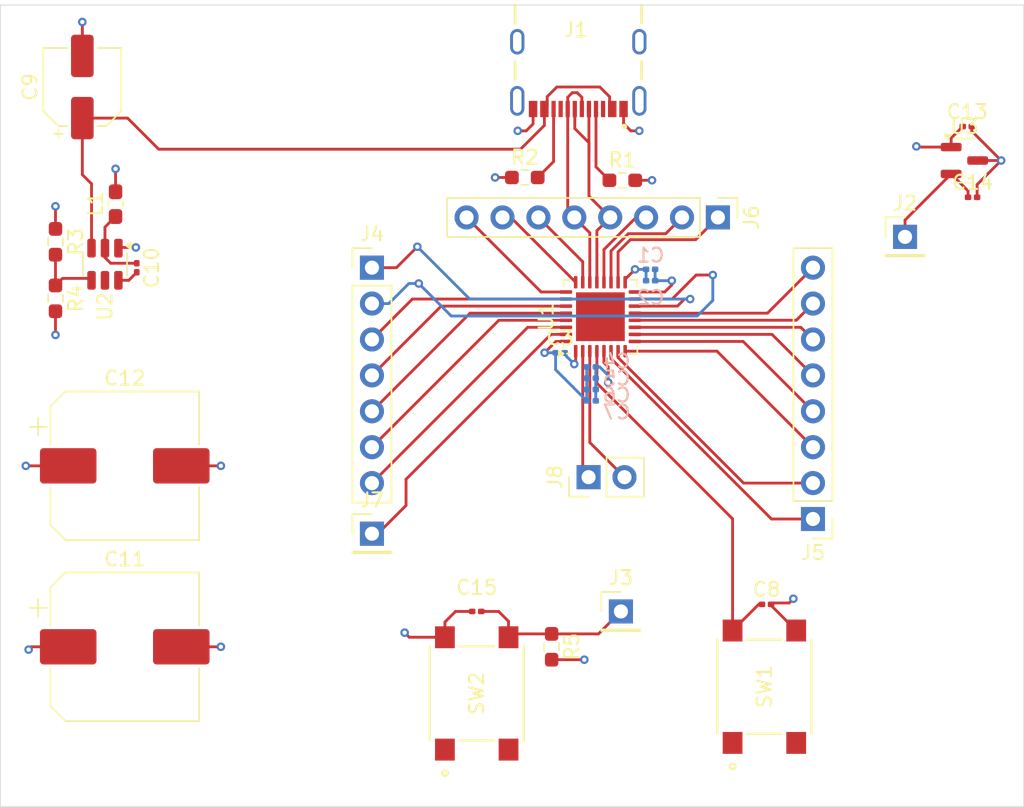
<source format=kicad_pcb>
(kicad_pcb (version 20241229) (generator "pcbnew") (generator_version "9.0")
  (layers (0 "F.Cu" signal) (4 "In1.Cu" signal "GND") (6 "In2.Cu" signal "PWR") (2 "B.Cu" signal) (13 "F.Paste" user) (15 "B.Paste" user) (5 "F.SilkS" user "F.Silkscreen") (7 "B.SilkS" user "B.Silkscreen") (1 "F.Mask" user) (3 "B.Mask" user) (25 "Edge.Cuts" user))
  (net 0 "")
  (net 1 "GND")
  (net 2 "+3.3V")
  (net 3 "+5V")
  (net 4 "/NRST")
  (net 5 "Net-(U2-BST)")
  (net 6 "Net-(U2-SW)")
  (net 7 "/TEMP_OUT")
  (net 8 "/USER_BTN")
  (net 9 "Net-(J4-Pin_5)")
  (net 10 "Net-(J4-Pin_7)")
  (net 11 "Net-(J4-Pin_1)")
  (net 12 "Net-(J4-Pin_3)")
  (net 13 "Net-(J4-Pin_2)")
  (net 14 "/USB_DM")
  (net 15 "Net-(J4-Pin_4)")
  (net 16 "/USB_NOE")
  (net 17 "Net-(J4-Pin_6)")
  (net 18 "Net-(J5-Pin_4)")
  (net 19 "Net-(J5-Pin_5)")
  (net 20 "Net-(J5-Pin_6)")
  (net 21 "Net-(J5-Pin_2)")
  (net 22 "Net-(J5-Pin_1)")
  (net 23 "Net-(J5-Pin_3)")
  (net 24 "Net-(J5-Pin_7)")
  (net 25 "Net-(J5-Pin_8)")
  (net 26 "Net-(J6-Pin_1)")
  (net 27 "Net-(J6-Pin_3)")
  (net 28 "Net-(J6-Pin_7)")
  (net 29 "/USB_DP")
  (net 30 "Net-(J6-Pin_8)")
  (net 31 "Net-(J6-Pin_2)")
  (net 32 "Net-(J7-Pin_1)")
  (net 33 "Net-(J8-Pin_2)")
  (net 34 "Net-(J8-Pin_1)")
  (net 35 "Net-(J1-CC1)")
  (net 36 "Net-(J1-CC2)")
  (net 37 "Net-(U2-FB)")
  (footprint "Resistor_SMD:R_0603_1608Metric_Pad0.98x0.95mm_HandSolder" (layer "F.Cu") (at 151.9 117.2 -90)
    (property "Reference" "R5" (at 0 -1.43 90) (layer "F.SilkS"))
    (property "Value" "10k")
    (pad "1" smd roundrect (at -0.9125 0 270) (size 0.975 0.95) (layers "F.Cu" "F.Mask" "F.Paste") (net 8 "/USER_BTN"))
    (pad "2" smd roundrect (at 0.9125 0 270) (size 0.975 0.95) (layers "F.Cu" "F.Mask" "F.Paste") (net 1 "GND"))
  )
  (footprint "Inductor_SMD:L_0603_1608Metric_Pad1.05x0.95mm_HandSolder" (layer "F.Cu") (at 121.05 85.8875 90)
    (property "Reference" "L1" (at 0 -1.43 90) (layer "F.SilkS"))
    (property "Value" "2.2uH")
    (pad "1" smd roundrect (at -0.875 0 90) (size 1.05 0.95) (layers "F.Cu" "F.Mask" "F.Paste") (net 6 "Net-(U2-SW)"))
    (pad "2" smd roundrect (at 0.875 0 90) (size 1.05 0.95) (layers "F.Cu" "F.Mask" "F.Paste") (net 2 "+3.3V"))
  )
  (footprint "footprints:222AMVBAR" (layer "F.Cu") (at 146.6 120.5 90)
    (property "Reference" "SW2" (at 0 0 90) (layer "F.SilkS"))
    (property "Value" "222AMVBAR")
    (pad "1" smd rect (at -3.974998 -2.250001 90) (size 1.549908 1.400048) (layers "F.Cu" "F.Mask" "F.Paste") (net 2 "+3.3V"))
    (pad "2" smd rect (at -3.974998 2.250001 90) (size 1.549908 1.400048) (layers "F.Cu" "F.Mask" "F.Paste") (net 8 "/USER_BTN"))
    (pad "3" smd rect (at 3.974998 -2.250001 90) (size 1.549908 1.400048) (layers "F.Cu" "F.Mask" "F.Paste") (net 2 "+3.3V"))
    (pad "4" smd rect (at 3.974998 2.250001 90) (size 1.549908 1.400048) (layers "F.Cu" "F.Mask" "F.Paste") (net 8 "/USER_BTN"))
  )
  (footprint "Capacitor_SMD:C_0201_0603Metric" (layer "F.Cu") (at 181.68 85.4)
    (property "Reference" "C14" (at 0 -1.05 0) (layer "F.SilkS"))
    (property "Value" "100nF")
    (pad "1" smd roundrect (at -0.32 0) (size 0.46 0.4) (layers "F.Cu" "F.Mask") (net 7 "/TEMP_OUT"))
    (pad "2" smd roundrect (at 0.32 0) (size 0.46 0.4) (layers "F.Cu" "F.Mask") (net 1 "GND"))
  )
  (footprint "Connector_PinHeader_2.54mm:PinHeader_1x07_P2.54mm_Vertical" (layer "F.Cu") (at 139.1875 90.38)
    (property "Reference" "J4" (at 0 -2.38 0) (layer "F.SilkS"))
    (property "Value" "Conn_01x07_Pin" (hide yes))
    (pad "1" thru_hole rect (at 0 0) (size 1.7 1.7) (drill 1) (layers "*.Cu" "*.Mask") (net 11 "Net-(J4-Pin_1)"))
    (pad "2" thru_hole circle (at 0 2.54) (size 1.7 1.7) (drill 1) (layers "*.Cu" "*.Mask") (net 13 "Net-(J4-Pin_2)"))
    (pad "3" thru_hole circle (at 0 5.08) (size 1.7 1.7) (drill 1) (layers "*.Cu" "*.Mask") (net 12 "Net-(J4-Pin_3)"))
    (pad "4" thru_hole circle (at 0 7.62) (size 1.7 1.7) (drill 1) (layers "*.Cu" "*.Mask") (net 15 "Net-(J4-Pin_4)"))
    (pad "5" thru_hole circle (at 0 10.16) (size 1.7 1.7) (drill 1) (layers "*.Cu" "*.Mask") (net 9 "Net-(J4-Pin_5)"))
    (pad "6" thru_hole circle (at 0 12.7) (size 1.7 1.7) (drill 1) (layers "*.Cu" "*.Mask") (net 17 "Net-(J4-Pin_6)"))
    (pad "7" thru_hole circle (at 0 15.24) (size 1.7 1.7) (drill 1) (layers "*.Cu" "*.Mask") (net 10 "Net-(J4-Pin_7)"))
  )
  (footprint "Connector_PinHeader_2.54mm:PinHeader_1x02_P2.54mm_Vertical" (layer "F.Cu") (at 154.5125 105.2 90)
    (property "Reference" "J8" (at 0 -2.38 90) (layer "F.SilkS"))
    (property "Value" "Conn_01x02_Pin" (hide yes))
    (pad "1" thru_hole rect (at 0 0 90) (size 1.7 1.7) (drill 1) (layers "*.Cu" "*.Mask") (net 34 "Net-(J8-Pin_1)"))
    (pad "2" thru_hole circle (at 0 2.54 90) (size 1.7 1.7) (drill 1) (layers "*.Cu" "*.Mask") (net 33 "Net-(J8-Pin_2)"))
  )
  (footprint "Capacitor_SMD:CP_Elec_5x5.3" (layer "F.Cu") (at 118.7 77.6 90)
    (property "Reference" "C9" (at 0 -3.7 90) (layer "F.SilkS"))
    (property "Value" "10uF")
    (pad "1" smd roundrect (at -2.2 0 90) (size 3 1.6) (layers "F.Cu" "F.Mask" "F.Paste") (roundrect_rratio 0.15625) (net 3 "+5V"))
    (pad "2" smd roundrect (at 2.2 0 90) (size 3 1.6) (layers "F.Cu" "F.Mask" "F.Paste") (roundrect_rratio 0.15625) (net 1 "GND"))
  )
  (footprint "Package_DFN_QFN:QFN-32-1EP_5x5mm_P0.5mm_EP3.45x3.45mm" (layer "F.Cu") (at 155.35 93.85 90)
    (property "Reference" "U1" (at 0 -3.83 90) (layer "F.SilkS"))
    (property "Value" "STM32L432KBUx")
    (pad "1" smd roundrect (at -2.4375 -1.75 90) (size 0.875 0.25) (layers "F.Cu" "F.Mask" "F.Paste") (net 2 "+3.3V"))
    (pad "2" smd roundrect (at -2.4375 -1.25 90) (size 0.875 0.25) (layers "F.Cu" "F.Mask" "F.Paste") (net 34 "Net-(J8-Pin_1)"))
    (pad "3" smd roundrect (at -2.4375 -0.75 90) (size 0.875 0.25) (layers "F.Cu" "F.Mask" "F.Paste") (net 33 "Net-(J8-Pin_2)"))
    (pad "4" smd roundrect (at -2.4375 -0.25 90) (size 0.875 0.25) (layers "F.Cu" "F.Mask" "F.Paste") (net 4 "/NRST"))
    (pad "5" smd roundrect (at -2.4375 0.25 90) (size 0.875 0.25) (layers "F.Cu" "F.Mask" "F.Paste") (net 2 "+3.3V"))
    (pad "6" smd roundrect (at -2.4375 0.75 90) (size 0.875 0.25) (layers "F.Cu" "F.Mask" "F.Paste") (net 22 "Net-(J5-Pin_1)"))
    (pad "7" smd roundrect (at -2.4375 1.25 90) (size 0.875 0.25) (layers "F.Cu" "F.Mask" "F.Paste") (net 21 "Net-(J5-Pin_2)"))
    (pad "8" smd roundrect (at -2.4375 1.75 90) (size 0.875 0.25) (layers "F.Cu" "F.Mask" "F.Paste") (net 23 "Net-(J5-Pin_3)"))
    (pad "9" smd roundrect (at -1.75 2.4375 90) (size 0.25 0.875) (layers "F.Cu" "F.Mask" "F.Paste") (net 18 "Net-(J5-Pin_4)"))
    (pad "10" smd roundrect (at -1.25 2.4375 90) (size 0.25 0.875) (layers "F.Cu" "F.Mask" "F.Paste") (net 19 "Net-(J5-Pin_5)"))
    (pad "11" smd roundrect (at -0.75 2.4375 90) (size 0.25 0.875) (layers "F.Cu" "F.Mask" "F.Paste") (net 20 "Net-(J5-Pin_6)"))
    (pad "12" smd roundrect (at -0.25 2.4375 90) (size 0.25 0.875) (layers "F.Cu" "F.Mask" "F.Paste") (net 24 "Net-(J5-Pin_7)"))
    (pad "13" smd roundrect (at 0.25 2.4375 90) (size 0.25 0.875) (layers "F.Cu" "F.Mask" "F.Paste") (net 25 "Net-(J5-Pin_8)"))
    (pad "14" smd roundrect (at 0.75 2.4375 90) (size 0.25 0.875) (layers "F.Cu" "F.Mask" "F.Paste") (net 11 "Net-(J4-Pin_1)"))
    (pad "15" smd roundrect (at 1.25 2.4375 90) (size 0.25 0.875) (layers "F.Cu" "F.Mask" "F.Paste") (net 13 "Net-(J4-Pin_2)"))
    (pad "16" smd roundrect (at 1.75 2.4375 90) (size 0.25 0.875) (layers "F.Cu" "F.Mask" "F.Paste") (net 1 "GND"))
    (pad "17" smd roundrect (at 2.4375 1.75 90) (size 0.875 0.25) (layers "F.Cu" "F.Mask" "F.Paste") (net 2 "+3.3V"))
    (pad "18" smd roundrect (at 2.4375 1.25 90) (size 0.875 0.25) (layers "F.Cu" "F.Mask" "F.Paste") (net 26 "Net-(J6-Pin_1)"))
    (pad "19" smd roundrect (at 2.4375 0.75 90) (size 0.875 0.25) (layers "F.Cu" "F.Mask" "F.Paste") (net 31 "Net-(J6-Pin_2)"))
    (pad "20" smd roundrect (at 2.4375 0.25 90) (size 0.875 0.25) (layers "F.Cu" "F.Mask" "F.Paste") (net 27 "Net-(J6-Pin_3)"))
    (pad "21" smd roundrect (at 2.4375 -0.25 90) (size 0.875 0.25) (layers "F.Cu" "F.Mask" "F.Paste") (net 14 "/USB_DM"))
    (pad "22" smd roundrect (at 2.4375 -0.75 90) (size 0.875 0.25) (layers "F.Cu" "F.Mask" "F.Paste") (net 29 "/USB_DP"))
    (pad "23" smd roundrect (at 2.4375 -1.25 90) (size 0.875 0.25) (layers "F.Cu" "F.Mask" "F.Paste") (net 16 "/USB_NOE"))
    (pad "24" smd roundrect (at 2.4375 -1.75 90) (size 0.875 0.25) (layers "F.Cu" "F.Mask" "F.Paste") (net 28 "Net-(J6-Pin_7)"))
    (pad "25" smd roundrect (at 1.75 -2.4375 90) (size 0.25 0.875) (layers "F.Cu" "F.Mask" "F.Paste") (net 30 "Net-(J6-Pin_8)"))
    (pad "26" smd roundrect (at 1.25 -2.4375 90) (size 0.25 0.875) (layers "F.Cu" "F.Mask" "F.Paste") (net 12 "Net-(J4-Pin_3)"))
    (pad "27" smd roundrect (at 0.75 -2.4375 90) (size 0.25 0.875) (layers "F.Cu" "F.Mask" "F.Paste") (net 15 "Net-(J4-Pin_4)"))
    (pad "28" smd roundrect (at 0.25 -2.4375 90) (size 0.25 0.875) (layers "F.Cu" "F.Mask" "F.Paste") (net 9 "Net-(J4-Pin_5)"))
    (pad "29" smd roundrect (at -0.25 -2.4375 90) (size 0.25 0.875) (layers "F.Cu" "F.Mask" "F.Paste") (net 17 "Net-(J4-Pin_6)"))
    (pad "30" smd roundrect (at -0.75 -2.4375 90) (size 0.25 0.875) (layers "F.Cu" "F.Mask" "F.Paste") (net 10 "Net-(J4-Pin_7)"))
    (pad "31" smd roundrect (at -1.25 -2.4375 90) (size 0.25 0.875) (layers "F.Cu" "F.Mask" "F.Paste") (net 32 "Net-(J7-Pin_1)"))
    (pad "32" smd roundrect (at -1.75 -2.4375 90) (size 0.25 0.875) (layers "F.Cu" "F.Mask" "F.Paste") (net 1 "GND"))
    (pad "33" smd rect (at 0 0 90) (size 3.45 3.45) (property pad_prop_heatsink) (layers "F.Cu" "F.Mask") (net 1 "GND"))
  )
  (footprint "footprints:222AMVBAR" (layer "F.Cu") (at 166.949999 120.025002 90)
    (property "Reference" "SW1" (at 0 0 90) (layer "F.SilkS"))
    (property "Value" "222AMVBAR")
    (pad "1" smd rect (at -3.974998 -2.250001 90) (size 1.549908 1.400048) (layers "F.Cu" "F.Mask" "F.Paste") (net 4 "/NRST"))
    (pad "2" smd rect (at -3.974998 2.250001 90) (size 1.549908 1.400048) (layers "F.Cu" "F.Mask" "F.Paste") (net 1 "GND"))
    (pad "3" smd rect (at 3.974998 -2.250001 90) (size 1.549908 1.400048) (layers "F.Cu" "F.Mask" "F.Paste") (net 4 "/NRST"))
    (pad "4" smd rect (at 3.974998 2.250001 90) (size 1.549908 1.400048) (layers "F.Cu" "F.Mask" "F.Paste") (net 1 "GND"))
  )
  (footprint "Package_TO_SOT_SMD:TSOT-23-6" (layer "F.Cu") (at 120.3 90.1375 -90)
    (property "Reference" "U2" (at 3 0 90) (layer "F.SilkS"))
    (property "Value" "AP62300TWU")
    (pad "1" smd roundrect (at -1.1375 -0.95 270) (size 1.325 0.6) (layers "F.Cu" "F.Mask" "F.Paste") (net 1 "GND"))
    (pad "2" smd roundrect (at -1.1375 0 270) (size 1.325 0.6) (layers "F.Cu" "F.Mask" "F.Paste") (net 6 "Net-(U2-SW)"))
    (pad "3" smd roundrect (at -1.1375 0.95 270) (size 1.325 0.6) (layers "F.Cu" "F.Mask" "F.Paste") (net 3 "+5V"))
    (pad "4" smd roundrect (at 1.1375 0.95 270) (size 1.325 0.6) (layers "F.Cu" "F.Mask" "F.Paste") (net 37 "Net-(U2-FB)"))
    (pad "5" smd roundrect (at 1.1375 0 270) (size 1.325 0.6) (layers "F.Cu" "F.Mask" "F.Paste"))
    (pad "6" smd roundrect (at 1.1375 -0.95 270) (size 1.325 0.6) (layers "F.Cu" "F.Mask" "F.Paste") (net 5 "Net-(U2-BST)"))
  )
  (footprint "Capacitor_SMD:CP_Elec_10x10" (layer "F.Cu") (at 121.7 117.2)
    (property "Reference" "C11" (at 0 -6.2 0) (layer "F.SilkS"))
    (property "Value" "150uF")
    (pad "1" smd roundrect (at -4 0) (size 4 2.5) (layers "F.Cu" "F.Mask" "F.Paste") (roundrect_rratio 0.1) (net 2 "+3.3V"))
    (pad "2" smd roundrect (at 4 0) (size 4 2.5) (layers "F.Cu" "F.Mask" "F.Paste") (roundrect_rratio 0.1) (net 1 "GND"))
  )
  (footprint "Resistor_SMD:R_0603_1608Metric_Pad0.98x0.95mm_HandSolder" (layer "F.Cu") (at 150 84)
    (property "Reference" "R2" (at 0 -1.43 0) (layer "F.SilkS"))
    (property "Value" "5.1k")
    (pad "1" smd roundrect (at -0.9125 0) (size 0.975 0.95) (layers "F.Cu" "F.Mask" "F.Paste") (net 1 "GND"))
    (pad "2" smd roundrect (at 0.9125 0) (size 0.975 0.95) (layers "F.Cu" "F.Mask" "F.Paste") (net 36 "Net-(J1-CC2)"))
  )
  (footprint "Resistor_SMD:R_0603_1608Metric_Pad0.98x0.95mm_HandSolder" (layer "F.Cu") (at 156.9 84.2)
    (property "Reference" "R1" (at 0 -1.43 0) (layer "F.SilkS"))
    (property "Value" "5.1k")
    (pad "1" smd roundrect (at -0.9125 0) (size 0.975 0.95) (layers "F.Cu" "F.Mask" "F.Paste") (net 35 "Net-(J1-CC1)"))
    (pad "2" smd roundrect (at 0.9125 0) (size 0.975 0.95) (layers "F.Cu" "F.Mask" "F.Paste") (net 1 "GND"))
  )
  (footprint "footprints:GCT_USB4105-GF-A" (layer "F.Cu") (at 153.7875 74.4 180)
    (property "Reference" "J1" (at 0.1775 0.8375 0) (layer "F.SilkS"))
    (property "Value" "USB4105-GF-A")
    (pad "" np_thru_hole circle (at -2.89 -3.68 180) (size 0.65 0.65) (drill 0.65) (layers "*.Cu" "*.Mask"))
    (pad "" np_thru_hole circle (at 2.89 -3.68 180) (size 0.65 0.65) (drill 0.65) (layers "*.Cu" "*.Mask"))
    (pad "A1_B12" smd rect (at -3.2 -4.755 180) (size 0.6 1.15) (layers "F.Cu" "F.Paste") (net 1 "GND"))
    (pad "A4_B9" smd rect (at -2.4 -4.755 180) (size 0.6 1.15) (layers "F.Cu" "F.Paste") (net 3 "+5V"))
    (pad "A5" smd rect (at -1.25 -4.755 180) (size 0.3 1.15) (layers "F.Cu" "F.Paste") (net 35 "Net-(J1-CC1)"))
    (pad "A6" smd rect (at -0.25 -4.755 180) (size 0.3 1.15) (layers "F.Cu" "F.Paste") (net 29 "/USB_DP"))
    (pad "A7" smd rect (at 0.25 -4.755 180) (size 0.3 1.15) (layers "F.Cu" "F.Paste") (net 14 "/USB_DM"))
    (pad "A8" smd rect (at 1.25 -4.755 180) (size 0.3 1.15) (layers "F.Cu" "F.Paste"))
    (pad "B1_A12" smd rect (at 3.2 -4.755 180) (size 0.6 1.15) (layers "F.Cu" "F.Paste") (net 1 "GND"))
    (pad "B4_A9" smd rect (at 2.4 -4.755 180) (size 0.6 1.15) (layers "F.Cu" "F.Paste") (net 3 "+5V"))
    (pad "B5" smd rect (at 1.75 -4.755 180) (size 0.3 1.15) (layers "F.Cu" "F.Paste") (net 36 "Net-(J1-CC2)"))
    (pad "B6" smd rect (at 0.75 -4.755 180) (size 0.3 1.15) (layers "F.Cu" "F.Paste") (net 29 "/USB_DP"))
    (pad "B7" smd rect (at -0.75 -4.755 180) (size 0.3 1.15) (layers "F.Cu" "F.Paste") (net 14 "/USB_DM"))
    (pad "B8" smd rect (at -1.75 -4.755 180) (size 0.3 1.15) (layers "F.Cu" "F.Paste"))
    (pad "SH1" thru_hole oval (at -4.32 -4.18 180) (size 1 2.1) (drill oval 0.6 1.7) (layers "*.Cu" "*.Mask") (net 1 "GND"))
    (pad "SH2" thru_hole oval (at 4.32 -4.18 180) (size 1 2.1) (drill oval 0.6 1.7) (layers "*.Cu" "*.Mask") (net 1 "GND"))
    (pad "SH3" thru_hole oval (at -4.32 0 180) (size 1 1.8) (drill oval 0.6 1.4) (layers "*.Cu" "*.Mask") (net 1 "GND"))
    (pad "SH4" thru_hole oval (at 4.32 0 180) (size 1 1.8) (drill oval 0.6 1.4) (layers "*.Cu" "*.Mask") (net 1 "GND"))
  )
  (footprint "Connector_PinHeader_2.54mm:PinHeader_1x08_P2.54mm_Vertical" (layer "F.Cu") (at 170.3875 108.16 180)
    (property "Reference" "J5" (at 0 -2.38 180) (layer "F.SilkS"))
    (property "Value" "Conn_01x08_Pin")
    (pad "1" thru_hole rect (at 0 0 180) (size 1.7 1.7) (drill 1) (layers "*.Cu" "*.Mask") (net 22 "Net-(J5-Pin_1)"))
    (pad "2" thru_hole circle (at 0 2.54 180) (size 1.7 1.7) (drill 1) (layers "*.Cu" "*.Mask") (net 21 "Net-(J5-Pin_2)"))
    (pad "3" thru_hole circle (at 0 5.08 180) (size 1.7 1.7) (drill 1) (layers "*.Cu" "*.Mask") (net 23 "Net-(J5-Pin_3)"))
    (pad "4" thru_hole circle (at 0 7.62 180) (size 1.7 1.7) (drill 1) (layers "*.Cu" "*.Mask") (net 18 "Net-(J5-Pin_4)"))
    (pad "5" thru_hole circle (at 0 10.16 180) (size 1.7 1.7) (drill 1) (layers "*.Cu" "*.Mask") (net 19 "Net-(J5-Pin_5)"))
    (pad "6" thru_hole circle (at 0 12.7 180) (size 1.7 1.7) (drill 1) (layers "*.Cu" "*.Mask") (net 20 "Net-(J5-Pin_6)"))
    (pad "7" thru_hole circle (at 0 15.24 180) (size 1.7 1.7) (drill 1) (layers "*.Cu" "*.Mask") (net 24 "Net-(J5-Pin_7)"))
    (pad "8" thru_hole circle (at 0 17.78 180) (size 1.7 1.7) (drill 1) (layers "*.Cu" "*.Mask") (net 25 "Net-(J5-Pin_8)"))
  )
  (footprint "Connector_PinHeader_2.54mm:PinHeader_1x01_P2.54mm_Vertical" (layer "F.Cu") (at 156.8 114.7)
    (property "Reference" "J3" (at 0 -2.38 0) (layer "F.SilkS"))
    (property "Value" "Conn_01x01_Pin" (hide yes))
    (pad "1" thru_hole rect (at 0 0) (size 1.7 1.7) (drill 1) (layers "*.Cu" "*.Mask") (net 8 "/USER_BTN"))
  )
  (footprint "Connector_PinHeader_2.54mm:PinHeader_1x08_P2.54mm_Vertical" (layer "F.Cu") (at 163.6625 86.825 -90)
    (property "Reference" "J6" (at 0 -2.38 270) (layer "F.SilkS"))
    (property "Value" "Conn_01x08_Pin")
    (pad "1" thru_hole rect (at 0 0 270) (size 1.7 1.7) (drill 1) (layers "*.Cu" "*.Mask") (net 26 "Net-(J6-Pin_1)"))
    (pad "2" thru_hole circle (at 0 2.54 270) (size 1.7 1.7) (drill 1) (layers "*.Cu" "*.Mask") (net 31 "Net-(J6-Pin_2)"))
    (pad "3" thru_hole circle (at 0 5.08 270) (size 1.7 1.7) (drill 1) (layers "*.Cu" "*.Mask") (net 27 "Net-(J6-Pin_3)"))
    (pad "4" thru_hole circle (at 0 7.62 270) (size 1.7 1.7) (drill 1) (layers "*.Cu" "*.Mask") (net 14 "/USB_DM"))
    (pad "5" thru_hole circle (at 0 10.16 270) (size 1.7 1.7) (drill 1) (layers "*.Cu" "*.Mask") (net 29 "/USB_DP"))
    (pad "6" thru_hole circle (at 0 12.7 270) (size 1.7 1.7) (drill 1) (layers "*.Cu" "*.Mask") (net 16 "/USB_NOE"))
    (pad "7" thru_hole circle (at 0 15.24 270) (size 1.7 1.7) (drill 1) (layers "*.Cu" "*.Mask") (net 28 "Net-(J6-Pin_7)"))
    (pad "8" thru_hole circle (at 0 17.78 270) (size 1.7 1.7) (drill 1) (layers "*.Cu" "*.Mask") (net 30 "Net-(J6-Pin_8)"))
  )
  (footprint "Resistor_SMD:R_0603_1608Metric_Pad0.98x0.95mm_HandSolder" (layer "F.Cu") (at 116.8 88.55 -90)
    (property "Reference" "R3" (at 0 -1.43 90) (layer "F.SilkS"))
    (property "Value" "67k")
    (pad "1" smd roundrect (at -0.9125 0 270) (size 0.975 0.95) (layers "F.Cu" "F.Mask" "F.Paste") (net 2 "+3.3V"))
    (pad "2" smd roundrect (at 0.9125 0 270) (size 0.975 0.95) (layers "F.Cu" "F.Mask" "F.Paste") (net 37 "Net-(U2-FB)"))
  )
  (footprint "Capacitor_SMD:C_0201_0603Metric" (layer "F.Cu") (at 167.1 114.2)
    (property "Reference" "C8" (at 0 -1.05 0) (layer "F.SilkS"))
    (property "Value" "0.1uF")
    (pad "1" smd roundrect (at -0.32 0) (size 0.46 0.4) (layers "F.Cu" "F.Mask") (net 4 "/NRST"))
    (pad "2" smd roundrect (at 0.32 0) (size 0.46 0.4) (layers "F.Cu" "F.Mask") (net 1 "GND"))
  )
  (footprint "Capacitor_SMD:C_0201_0603Metric" (layer "F.Cu") (at 122.55 90.3875 -90)
    (property "Reference" "C10" (at 0 -1.05 90) (layer "F.SilkS"))
    (property "Value" "100nF" (hide yes))
    (pad "1" smd roundrect (at -0.32 0 270) (size 0.46 0.4) (layers "F.Cu" "F.Mask") (net 6 "Net-(U2-SW)"))
    (pad "2" smd roundrect (at 0.32 0 270) (size 0.46 0.4) (layers "F.Cu" "F.Mask") (net 5 "Net-(U2-BST)"))
  )
  (footprint "Connector_PinHeader_2.54mm:PinHeader_1x01_P2.54mm_Vertical" (layer "F.Cu") (at 139.1875 109.2)
    (property "Reference" "J7" (at 0 -2.38 0) (layer "F.SilkS"))
    (property "Value" "Conn_01x01_Pin" (hide yes))
    (pad "1" thru_hole rect (at 0 0) (size 1.7 1.7) (drill 1) (layers "*.Cu" "*.Mask") (net 32 "Net-(J7-Pin_1)"))
  )
  (footprint "Package_TO_SOT_SMD:SOT-23" (layer "F.Cu") (at 181.1 82.8)
    (property "Reference" "U3" (at 0 -2.4 0) (layer "F.SilkS"))
    (property "Value" "MCP9700Ax-ETT")
    (pad "1" smd roundrect (at -0.9375 -0.95) (size 1.475 0.6) (layers "F.Cu" "F.Mask" "F.Paste") (net 2 "+3.3V"))
    (pad "2" smd roundrect (at -0.9375 0.95) (size 1.475 0.6) (layers "F.Cu" "F.Mask" "F.Paste") (net 7 "/TEMP_OUT"))
    (pad "3" smd roundrect (at 0.9375 0) (size 1.475 0.6) (layers "F.Cu" "F.Mask" "F.Paste") (net 1 "GND"))
  )
  (footprint "Capacitor_SMD:C_0201_0603Metric" (layer "F.Cu") (at 181.3 80.4)
    (property "Reference" "C13" (at 0 -1.05 0) (layer "F.SilkS"))
    (property "Value" "100nF")
    (pad "1" smd roundrect (at -0.32 0) (size 0.46 0.4) (layers "F.Cu" "F.Mask") (net 2 "+3.3V"))
    (pad "2" smd roundrect (at 0.32 0) (size 0.46 0.4) (layers "F.Cu" "F.Mask") (net 1 "GND"))
  )
  (footprint "Resistor_SMD:R_0603_1608Metric_Pad0.98x0.95mm_HandSolder" (layer "F.Cu") (at 116.8 92.55 -90)
    (property "Reference" "R4" (at 0 -1.43 90) (layer "F.SilkS"))
    (property "Value" "20k")
    (pad "1" smd roundrect (at -0.9125 0 270) (size 0.975 0.95) (layers "F.Cu" "F.Mask" "F.Paste") (net 37 "Net-(U2-FB)"))
    (pad "2" smd roundrect (at 0.9125 0 270) (size 0.975 0.95) (layers "F.Cu" "F.Mask" "F.Paste") (net 1 "GND"))
  )
  (footprint "Capacitor_SMD:CP_Elec_10x10" (layer "F.Cu") (at 121.7 104.4)
    (property "Reference" "C12" (at 0 -6.2 0) (layer "F.SilkS"))
    (property "Value" "150uF")
    (pad "1" smd roundrect (at -4 0) (size 4 2.5) (layers "F.Cu" "F.Mask" "F.Paste") (roundrect_rratio 0.1) (net 2 "+3.3V"))
    (pad "2" smd roundrect (at 4 0) (size 4 2.5) (layers "F.Cu" "F.Mask" "F.Paste") (roundrect_rratio 0.1) (net 1 "GND"))
  )
  (footprint "Capacitor_SMD:C_0201_0603Metric" (layer "F.Cu") (at 146.6 114.7)
    (property "Reference" "C15" (at 0 -1.7 0) (layer "F.SilkS"))
    (property "Value" "0.1uF")
    (pad "1" smd roundrect (at -0.32 0) (size 0.46 0.4) (layers "F.Cu" "F.Mask") (net 2 "+3.3V"))
    (pad "2" smd roundrect (at 0.32 0) (size 0.46 0.4) (layers "F.Cu" "F.Mask") (net 8 "/USER_BTN"))
  )
  (footprint "Connector_PinHeader_2.54mm:PinHeader_1x01_P2.54mm_Vertical" (layer "F.Cu") (at 176.9 88.2)
    (property "Reference" "J2" (at 0 -2.38 0) (layer "F.SilkS"))
    (property "Value" "Conn_01x01_Pin" (hide yes))
    (pad "1" thru_hole rect (at 0 0) (size 1.7 1.7) (drill 1) (layers "*.Cu" "*.Mask") (net 7 "/TEMP_OUT"))
  )
  (footprint "Capacitor_SMD:C_0201_0603Metric" (layer "B.Cu") (at 152.5 96.4 180)
    (property "Reference" "C3" (at 0 1.05 -0) (layer "F.SilkS"))
    (property "Value" "100nF" (hide yes))
    (pad "1" smd roundrect (at -0.32 0 180) (size 0.46 0.4) (layers "B.Cu" "B.Mask") (net 2 "+3.3V"))
    (pad "2" smd roundrect (at 0.32 0 180) (size 0.46 0.4) (layers "B.Cu" "B.Mask") (net 1 "GND"))
  )
  (footprint "Capacitor_SMD:C_0201_0603Metric" (layer "B.Cu") (at 158.9 90.5)
    (property "Reference" "C1" (at 0 -1 0) (layer "B.SilkS") (effects (justify mirror)))
    (property "Value" "4.7uF" (hide yes))
    (pad "1" smd roundrect (at -0.32 0) (size 0.46 0.4) (layers "B.Cu" "B.Mask") (net 2 "+3.3V"))
    (pad "2" smd roundrect (at 0.32 0) (size 0.46 0.4) (layers "B.Cu" "B.Mask") (net 1 "GND"))
  )
  (footprint "Capacitor_SMD:C_0201_0603Metric" (layer "B.Cu") (at 154.7 99.8 180)
    (property "Reference" "C7" (at -1.8 -0.8 0) (layer "B.SilkS") (effects (justify mirror)))
    (property "Value" "1uF" (hide yes))
    (pad "1" smd roundrect (at -0.32 0 180) (size 0.46 0.4) (layers "B.Cu" "B.Mask") (net 2 "+3.3V"))
    (pad "2" smd roundrect (at 0.32 0 180) (size 0.46 0.4) (layers "B.Cu" "B.Mask") (net 1 "GND"))
  )
  (footprint "Capacitor_SMD:C_0201_0603Metric" (layer "B.Cu") (at 158.9 91.3)
    (property "Reference" "C2" (at 0 1.2 0) (layer "B.SilkS") (effects (justify mirror)))
    (property "Value" "100nF" (hide yes))
    (pad "1" smd roundrect (at -0.32 0) (size 0.46 0.4) (layers "B.Cu" "B.Mask") (net 2 "+3.3V"))
    (pad "2" smd roundrect (at 0.32 0) (size 0.46 0.4) (layers "B.Cu" "B.Mask") (net 1 "GND"))
  )
  (footprint "Capacitor_SMD:C_0201_0603Metric" (layer "B.Cu") (at 154.7 97.4 180)
    (property "Reference" "C4" (at -1.8 0.4 0) (layer "B.SilkS") (effects (justify mirror)))
    (property "Value" "10nF" (hide yes))
    (pad "1" smd roundrect (at -0.32 0 180) (size 0.46 0.4) (layers "B.Cu" "B.Mask") (net 2 "+3.3V"))
    (pad "2" smd roundrect (at 0.32 0 180) (size 0.46 0.4) (layers "B.Cu" "B.Mask") (net 1 "GND"))
  )
  (footprint "Capacitor_SMD:C_0201_0603Metric" (layer "B.Cu") (at 154.7 99 180)
    (property "Reference" "C6" (at -1.8 -0.4 0) (layer "B.SilkS") (effects (justify mirror)))
    (property "Value" "100nF" (hide yes))
    (pad "1" smd roundrect (at -0.32 0 180) (size 0.46 0.4) (layers "B.Cu" "B.Mask") (net 2 "+3.3V"))
    (pad "2" smd roundrect (at 0.32 0 180) (size 0.46 0.4) (layers "B.Cu" "B.Mask") (net 1 "GND"))
  )
  (footprint "Capacitor_SMD:C_0201_0603Metric" (layer "B.Cu") (at 154.7 98.2 180)
    (property "Reference" "C5" (at -1.8 0 0) (layer "B.SilkS") (effects (justify mirror)))
    (property "Value" "1uF" (hide yes))
    (pad "1" smd roundrect (at -0.32 0 180) (size 0.46 0.4) (layers "B.Cu" "B.Mask") (net 2 "+3.3V"))
    (pad "2" smd roundrect (at 0.32 0 180) (size 0.46 0.4) (layers "B.Cu" "B.Mask") (net 1 "GND"))
  )
  (gr_rect (start 112.9 71.8) (end 185.3 128.5) (stroke (width 0.05)) (fill no) (layer "Edge.Cuts"))
  (segment (start 152.9125 95.6) (end 152.2 95.6) (width 0.2) (layer "F.Cu") (net 1))
  (segment (start 157.5 80.7) (end 156.9875 80.1875) (width 0.2) (layer "F.Cu") (net 1))
  (segment (start 116.8 93.4625) (end 116.8 95.1375) (width 0.2) (layer "F.Cu") (net 1))
  (segment (start 182 85.4) (end 182 84.5) (width 0.2) (layer "F.Cu") (net 1))
  (segment (start 152.2 95.6) (end 151.4 96.4) (width 0.2) (layer "F.Cu") (net 1))
  (segment (start 168.7 114.1) (end 167.52 114.1) (width 0.2) (layer "F.Cu") (net 1))
  (segment (start 156.9875 80.1875) (end 156.9875 79.155) (width 0.2) (layer "F.Cu") (net 1))
  (segment (start 181.62 80.4) (end 181.62 80.72) (width 0.2) (layer "F.Cu") (net 1))
  (segment (start 160.4 91.6) (end 159.9 92.1) (width 0.2) (layer "F.Cu") (net 1))
  (segment (start 182 84.5) (end 183.7 82.8) (width 0.2) (layer "F.Cu") (net 1))
  (segment (start 125.7 117.2) (end 128.5 117.2) (width 0.2) (layer "F.Cu") (net 1))
  (segment (start 158.1 80.7) (end 157.5 80.7) (width 0.2) (layer "F.Cu") (net 1))
  (segment (start 169 113.8) (end 168.7 114.1) (width 0.2) (layer "F.Cu") (net 1))
  (segment (start 121.3 88.95) (end 121.25 89) (width 0.2) (layer "F.Cu") (net 1))
  (segment (start 182.0375 82.8) (end 183.7 82.8) (width 0.2) (layer "F.Cu") (net 1))
  (segment (start 150.1 80.7) (end 150.5875 80.2125) (width 0.2) (layer "F.Cu") (net 1))
  (segment (start 159.9 92.1) (end 157.7875 92.1) (width 0.2) (layer "F.Cu") (net 1))
  (segment (start 150.5875 80.2125) (end 150.5875 79.155) (width 0.2) (layer "F.Cu") (net 1))
  (segment (start 181.62 80.72) (end 183.7 82.8) (width 0.2) (layer "F.Cu") (net 1))
  (segment (start 149.0875 84) (end 147.9 84) (width 0.2) (layer "F.Cu") (net 1))
  (segment (start 167.52 114.1) (end 167.42 114.2) (width 0.2) (layer "F.Cu") (net 1))
  (segment (start 154.2125 118.1125) (end 151.9 118.1125) (width 0.2) (layer "F.Cu") (net 1))
  (segment (start 128.5 104.4) (end 125.7 104.4) (width 0.2) (layer "F.Cu") (net 1))
  (segment (start 149.5 80.7) (end 150.1 80.7) (width 0.2) (layer "F.Cu") (net 1))
  (segment (start 122.4875 88.95) (end 121.3 88.95) (width 0.2) (layer "F.Cu") (net 1))
  (segment (start 167.42 114.270004) (end 169.2 116.050004) (width 0.2) (layer "F.Cu") (net 1))
  (segment (start 160.4 91.3) (end 160.4 91.6) (width 0.2) (layer "F.Cu") (net 1))
  (segment (start 118.7 75.4) (end 118.7 73) (width 0.2) (layer "F.Cu") (net 1))
  (segment (start 157.8125 84.2) (end 159 84.2) (width 0.2) (layer "F.Cu") (net 1))
  (segment (start 167.42 114.2) (end 167.42 114.270004) (width 0.2) (layer "F.Cu") (net 1))
  (via (at 128.5 117.2) (size 0.6) (drill 0.3) (layers "F.Cu" "B.Cu") (net 1))
  (via (at 128.5 104.4) (size 0.6) (drill 0.3) (layers "F.Cu" "B.Cu") (net 1))
  (via (at 159 84.2) (size 0.6) (drill 0.3) (layers "F.Cu" "B.Cu") (net 1))
  (via (at 147.9 84) (size 0.6) (drill 0.3) (layers "F.Cu" "B.Cu") (net 1))
  (via (at 160.4 91.3) (size 0.6) (drill 0.3) (layers "F.Cu" "B.Cu") (net 1))
  (via (at 154.2125 118.1125) (size 0.6) (drill 0.3) (layers "F.Cu" "B.Cu") (net 1))
  (via (at 169 113.8) (size 0.6) (drill 0.3) (layers "F.Cu" "B.Cu") (net 1))
  (via (at 149.5 80.7) (size 0.6) (drill 0.3) (layers "F.Cu" "B.Cu") (net 1))
  (via (at 122.4875 88.95) (size 0.6) (drill 0.3) (layers "F.Cu" "B.Cu") (net 1))
  (via (at 183.7 82.8) (size 0.6) (drill 0.3) (layers "F.Cu" "B.Cu") (net 1))
  (via (at 118.7 73) (size 0.6) (drill 0.3) (layers "F.Cu" "B.Cu") (net 1))
  (via (at 151.4 96.4) (size 0.6) (drill 0.3) (layers "F.Cu" "B.Cu") (net 1))
  (via (at 116.8 95.1375) (size 0.6) (drill 0.3) (layers "F.Cu" "B.Cu") (net 1))
  (via (at 158.1 80.7) (size 0.6) (drill 0.3) (layers "F.Cu" "B.Cu") (net 1))
  (segment (start 152.18 97.6) (end 152.18 96.4) (width 0.2) (layer "B.Cu") (net 1))
  (segment (start 154.38 99.8) (end 152.18 97.6) (width 0.2) (layer "B.Cu") (net 1))
  (segment (start 160.4 91.3) (end 159.22 91.3) (width 0.2) (layer "B.Cu") (net 1))
  (segment (start 154.38 99.8) (end 154.38 99) (width 0.2) (layer "B.Cu") (net 1))
  (segment (start 154.38 99) (end 154.38 98.2) (width 0.2) (layer "B.Cu") (net 1))
  (segment (start 154.38 97.4) (end 154.38 98.2) (width 0.2) (layer "B.Cu") (net 1))
  (segment (start 151.4 96.4) (end 152.18 96.4) (width 0.2) (layer "B.Cu") (net 1))
  (segment (start 159.22 90.5) (end 159.22 91.3) (width 0.2) (layer "B.Cu") (net 1))
  (segment (start 121.05 85.0125) (end 121.05 83.6375) (width 0.2) (layer "F.Cu") (net 2))
  (segment (start 116.8 86.0375) (end 116.8 87.6375) (width 0.2) (layer "F.Cu") (net 2))
  (segment (start 141.825002 116.525002) (end 141.5 116.2) (width 0.2) (layer "F.Cu") (net 2))
  (segment (start 153.6 96.2875) (end 153.6 97.1) (width 0.2) (layer "F.Cu") (net 2))
  (segment (start 155.6 97.1) (end 155.6 96.2875) (width 0.2) (layer "F.Cu") (net 2))
  (segment (start 155.9 97.4) (end 155.6 97.1) (width 0.2) (layer "F.Cu") (net 2))
  (segment (start 115.1 117.2) (end 117.7 117.2) (width 0.2) (layer "F.Cu") (net 2))
  (segment (start 144.349999 116.525002) (end 141.825002 116.525002) (width 0.2) (layer "F.Cu") (net 2))
  (segment (start 177.75 81.85) (end 180.1625 81.85) (width 0.2) (layer "F.Cu") (net 2))
  (segment (start 114.9 117.4) (end 115.1 117.2) (width 0.2) (layer "F.Cu") (net 2))
  (segment (start 145.1 114.7) (end 146.28 114.7) (width 0.2) (layer "F.Cu") (net 2))
  (segment (start 114.7 104.4) (end 117.7 104.4) (width 0.2) (layer "F.Cu") (net 2))
  (segment (start 180.1625 81.2175) (end 180.98 80.4) (width 0.2) (layer "F.Cu") (net 2))
  (segment (start 153.6 97.1) (end 153.5 97.2) (width 0.2) (layer "F.Cu") (net 2))
  (segment (start 177.7 81.8) (end 177.75 81.85) (width 0.2) (layer "F.Cu") (net 2))
  (segment (start 144.349999 116.525002) (end 144.349999 115.450001) (width 0.2) (layer "F.Cu") (net 2))
  (segment (start 180.1625 81.85) (end 180.1625 81.2175) (width 0.2) (layer "F.Cu") (net 2))
  (segment (start 157.1 91.4125) (end 157.1 91.2) (width 0.2) (layer "F.Cu") (net 2))
  (segment (start 157.1 91.2) (end 157.8 90.5) (width 0.2) (layer "F.Cu") (net 2))
  (segment (start 155.9 98.5) (end 155.9 97.4) (width 0.2) (layer "F.Cu") (net 2))
  (segment (start 144.349999 115.450001) (end 145.1 114.7) (width 0.2) (layer "F.Cu") (net 2))
  (via (at 121.05 83.3875) (size 0.6) (drill 0.3) (layers "F.Cu" "B.Cu") (net 2))
  (via (at 114.9 117.4) (size 0.6) (drill 0.3) (layers "F.Cu" "B.Cu") (net 2))
  (via (at 116.8 86.0375) (size 0.6) (drill 0.3) (layers "F.Cu" "B.Cu") (net 2))
  (via (at 177.7 81.8) (size 0.6) (drill 0.3) (layers "F.Cu" "B.Cu") (net 2))
  (via (at 153.5 97.2) (size 0.6) (drill 0.3) (layers "F.Cu" "B.Cu") (net 2))
  (via (at 141.5 116.2) (size 0.6) (drill 0.3) (layers "F.Cu" "B.Cu") (net 2))
  (via (at 155.9 98.5) (size 0.6) (drill 0.3) (layers "F.Cu" "B.Cu") (net 2))
  (via (at 114.7 104.4) (size 0.6) (drill 0.3) (layers "F.Cu" "B.Cu") (net 2))
  (via (at 157.8 90.5) (size 0.6) (drill 0.3) (layers "F.Cu" "B.Cu") (net 2))
  (segment (start 155.3 97.4) (end 155.02 97.4) (width 0.2) (layer "B.Cu") (net 2))
  (segment (start 155.02 99.8) (end 155.02 99) (width 0.2) (layer "B.Cu") (net 2))
  (segment (start 155.9 98.5) (end 155.9 98) (width 0.2) (layer "B.Cu") (net 2))
  (segment (start 158.58 90.5) (end 158.58 91.3) (width 0.2) (layer "B.Cu") (net 2))
  (segment (start 158.58 90.5) (end 157.8 90.5) (width 0.2) (layer "B.Cu") (net 2))
  (segment (start 155.02 98.2) (end 155.02 99) (width 0.2) (layer "B.Cu") (net 2))
  (segment (start 155.9 98) (end 155.3 97.4) (width 0.2) (layer "B.Cu") (net 2))
  (segment (start 152.82 96.52) (end 153.5 97.2) (width 0.2) (layer "B.Cu") (net 2))
  (segment (start 152.82 96.4) (end 152.82 96.52) (width 0.2) (layer "B.Cu") (net 2))
  (segment (start 155.02 97.4) (end 155.02 98.2) (width 0.2) (layer "B.Cu") (net 2))
  (segment (start 121.9 79.8) (end 118.7 79.8) (width 0.2) (layer "F.Cu") (net 3))
  (segment (start 156.0015 78.292) (end 155.3085 77.599) (width 0.2) (layer "F.Cu") (net 3))
  (segment (start 151.5865 78.956) (end 151.3875 79.155) (width 0.2) (layer "F.Cu") (net 3))
  (segment (start 151.3875 79.155) (end 151.3875 80.3125) (width 0.2) (layer "F.Cu") (net 3))
  (segment (start 151.3875 80.3125) (end 149.7 82) (width 0.2) (layer "F.Cu") (net 3))
  (segment (start 124.1 82) (end 121.9 79.8) (width 0.2) (layer "F.Cu") (net 3))
  (segment (start 119.35 84.45) (end 119.35 89) (width 0.2) (layer "F.Cu") (net 3))
  (segment (start 151.5865 78.279) (end 151.5865 78.956) (width 0.2) (layer "F.Cu") (net 3))
  (segment (start 152.2665 77.599) (end 151.5865 78.279) (width 0.2) (layer "F.Cu") (net 3))
  (segment (start 118.7 79.8) (end 118.7 83.8) (width 0.2) (layer "F.Cu") (net 3))
  (segment (start 156.1875 79.155) (end 156.0015 78.969) (width 0.2) (layer "F.Cu") (net 3))
  (segment (start 149.7 82) (end 124.1 82) (width 0.2) (layer "F.Cu") (net 3))
  (segment (start 156.0015 78.969) (end 156.0015 78.292) (width 0.2) (layer "F.Cu") (net 3))
  (segment (start 118.7 83.8) (end 119.35 84.45) (width 0.2) (layer "F.Cu") (net 3))
  (segment (start 155.3085 77.599) (end 152.2665 77.599) (width 0.2) (layer "F.Cu") (net 3))
  (segment (start 166.78 114.2) (end 166.550001 114.2) (width 0.2) (layer "F.Cu") (net 4))
  (segment (start 166.550001 114.2) (end 164.699998 116.050004) (width 0.2) (layer "F.Cu") (net 4))
  (segment (start 164.699998 108.149941) (end 155.1 98.549943) (width 0.2) (layer "F.Cu") (net 4))
  (segment (start 164.699998 116.050004) (end 164.699998 108.149941) (width 0.2) (layer "F.Cu") (net 4))
  (segment (start 155.1 98.549943) (end 155.1 96.2875) (width 0.2) (layer "F.Cu") (net 4))
  (segment (start 121.9825 91.275) (end 122.55 90.7075) (width 0.2) (layer "F.Cu") (net 5))
  (segment (start 121.25 91.275) (end 121.9825 91.275) (width 0.2) (layer "F.Cu") (net 5))
  (segment (start 122.55 90.0675) (end 120.705001 90.0675) (width 0.2) (layer "F.Cu") (net 6))
  (segment (start 121.05 86.7625) (end 120.3 87.5125) (width 0.2) (layer "F.Cu") (net 6))
  (segment (start 120.3 89.662499) (end 120.3 89) (width 0.2) (layer "F.Cu") (net 6))
  (segment (start 120.705001 90.0675) (end 120.3 89.662499) (width 0.2) (layer "F.Cu") (net 6))
  (segment (start 120.3 87.5125) (end 120.3 89) (width 0.2) (layer "F.Cu") (net 6))
  (segment (start 176.9 88.2) (end 176.9 87.0125) (width 0.2) (layer "F.Cu") (net 7))
  (segment (start 176.9 87.0125) (end 180.1625 83.75) (width 0.2) (layer "F.Cu") (net 7))
  (segment (start 181.36 85.4) (end 181.36 84.9475) (width 0.2) (layer "F.Cu") (net 7))
  (segment (start 181.36 84.9475) (end 180.1625 83.75) (width 0.2) (layer "F.Cu") (net 7))
  (segment (start 149.362504 116.2875) (end 151.9 116.2875) (width 0.2) (layer "F.Cu") (net 8))
  (segment (start 148.850001 115.397677) (end 148.152324 114.7) (width 0.2) (layer "F.Cu") (net 8))
  (segment (start 155.2125 116.2875) (end 156.8 114.7) (width 0.2) (layer "F.Cu") (net 8))
  (segment (start 148.850001 116.525002) (end 148.850001 115.397677) (width 0.2) (layer "F.Cu") (net 8))
  (segment (start 151.9 116.2875) (end 155.2125 116.2875) (width 0.2) (layer "F.Cu") (net 8))
  (segment (start 148.850001 116.525002) (end 149.125002 116.525002) (width 0.2) (layer "F.Cu") (net 8))
  (segment (start 148.152324 114.7) (end 146.92 114.7) (width 0.2) (layer "F.Cu") (net 8))
  (segment (start 149.125002 116.525002) (end 149.362504 116.2875) (width 0.2) (layer "F.Cu") (net 8))
  (segment (start 139.1875 100.54) (end 146.1275 93.6) (width 0.2) (layer "F.Cu") (net 9))
  (segment (start 146.1275 93.6) (end 152.9125 93.6) (width 0.2) (layer "F.Cu") (net 9))
  (segment (start 139.1875 105.62) (end 150.2075 94.6) (width 0.2) (layer "F.Cu") (net 10))
  (segment (start 150.2075 94.6) (end 152.9125 94.6) (width 0.2) (layer "F.Cu") (net 10))
  (segment (start 140.92 90.38) (end 139.1875 90.38) (width 0.2) (layer "F.Cu") (net 11))
  (segment (start 161.7 92.6) (end 161.3 92.6) (width 0.2) (layer "F.Cu") (net 11))
  (segment (start 160.8 93.1) (end 157.7875 93.1) (width 0.2) (layer "F.Cu") (net 11))
  (segment (start 142.4 88.9) (end 140.92 90.38) (width 0.2) (layer "F.Cu") (net 11))
  (segment (start 161.3 92.6) (end 160.8 93.1) (width 0.2) (layer "F.Cu") (net 11))
  (via (at 161.7 92.6) (size 0.6) (drill 0.3) (layers "F.Cu" "B.Cu") (net 11))
  (via (at 142.4 88.9) (size 0.6) (drill 0.3) (layers "F.Cu" "B.Cu") (net 11))
  (segment (start 142.4 88.9) (end 146.1 92.6) (width 0.2) (layer "B.Cu") (net 11))
  (segment (start 146.1 92.6) (end 161.7 92.6) (width 0.2) (layer "B.Cu") (net 11))
  (segment (start 142.0475 92.6) (end 152.9125 92.6) (width 0.2) (layer "F.Cu") (net 12))
  (segment (start 139.1875 95.46) (end 142.0475 92.6) (width 0.2) (layer "F.Cu") (net 12))
  (segment (start 162.125029 90.9) (end 160.425029 92.6) (width 0.2) (layer "F.Cu") (net 13))
  (segment (start 163.3 90.9) (end 162.125029 90.9) (width 0.2) (layer "F.Cu") (net 13))
  (segment (start 160.425029 92.6) (end 157.7875 92.6) (width 0.2) (layer "F.Cu") (net 13))
  (via (at 163.3 90.9) (size 0.6) (drill 0.3) (layers "F.Cu" "B.Cu") (net 13))
  (via (at 142.5 91.5) (size 0.6) (drill 0.3) (layers "F.Cu" "B.Cu") (net 13))
  (segment (start 139.1875 92.92) (end 140.38 92.92) (width 0.2) (layer "B.Cu") (net 13))
  (segment (start 163.3 92.7) (end 162.2 93.8) (width 0.2) (layer "B.Cu") (net 13))
  (segment (start 144.8 93.8) (end 142.5 91.5) (width 0.2) (layer "B.Cu") (net 13))
  (segment (start 163.3 90.9) (end 163.3 92.7) (width 0.2) (layer "B.Cu") (net 13))
  (segment (start 141.8 91.5) (end 142.5 91.5) (width 0.2) (layer "B.Cu") (net 13))
  (segment (start 162.2 93.8) (end 144.8 93.8) (width 0.2) (layer "B.Cu") (net 13))
  (segment (start 140.38 92.92) (end 141.8 91.5) (width 0.2) (layer "B.Cu") (net 13))
  (segment (start 154.5375 81.5375) (end 154.5375 82.2) (width 0.2) (layer "F.Cu") (net 14))
  (segment (start 154.5375 82.2) (end 154.5375 79.155) (width 0.2) (layer "F.Cu") (net 14))
  (segment (start 153.5375 79.155) (end 153.5375 80.5375) (width 0.2) (layer "F.Cu") (net 14))
  (segment (start 156.0425 86.825) (end 154.5375 85.32) (width 0.2) (layer "F.Cu") (net 14))
  (segment (start 155.1 87.7675) (end 156.0425 86.825) (width 0.2) (layer "F.Cu") (net 14))
  (segment (start 154.5375 85.32) (end 154.5375 82.2) (width 0.2) (layer "F.Cu") (net 14))
  (segment (start 155.1 91.4125) (end 155.1 87.7675) (width 0.2) (layer "F.Cu") (net 14))
  (segment (start 153.5375 80.5375) (end 154.5375 81.5375) (width 0.2) (layer "F.Cu") (net 14))
  (segment (start 139.1875 98) (end 144.0875 93.1) (width 0.2) (layer "F.Cu") (net 15))
  (segment (start 144.0875 93.1) (end 152.9125 93.1) (width 0.2) (layer "F.Cu") (net 15))
  (segment (start 154.1 89.9625) (end 150.9625 86.825) (width 0.2) (layer "F.Cu") (net 16))
  (segment (start 154.1 91.4125) (end 154.1 89.9625) (width 0.2) (layer "F.Cu") (net 16))
  (segment (start 148.1675 94.1) (end 152.9125 94.1) (width 0.2) (layer "F.Cu") (net 17))
  (segment (start 139.1875 103.08) (end 148.1675 94.1) (width 0.2) (layer "F.Cu") (net 17))
  (segment (start 165.4475 95.6) (end 157.7875 95.6) (width 0.2) (layer "F.Cu") (net 18))
  (segment (start 170.3875 100.54) (end 165.4475 95.6) (width 0.2) (layer "F.Cu") (net 18))
  (segment (start 170.3875 98) (end 167.4875 95.1) (width 0.2) (layer "F.Cu") (net 19))
  (segment (start 167.4875 95.1) (end 157.7875 95.1) (width 0.2) (layer "F.Cu") (net 19))
  (segment (start 170.3875 95.46) (end 169.5275 94.6) (width 0.2) (layer "F.Cu") (net 20))
  (segment (start 169.5275 94.6) (end 157.7875 94.6) (width 0.2) (layer "F.Cu") (net 20))
  (segment (start 156.6 96.740798) (end 156.6 96.2875) (width 0.2) (layer "F.Cu") (net 21))
  (segment (start 165.479202 105.62) (end 156.6 96.740798) (width 0.2) (layer "F.Cu") (net 21))
  (segment (start 170.3875 105.62) (end 165.479202 105.62) (width 0.2) (layer "F.Cu") (net 21))
  (segment (start 167.452102 108.16) (end 156.1 96.807898) (width 0.2) (layer "F.Cu") (net 22))
  (segment (start 156.1 96.807898) (end 156.1 96.2875) (width 0.2) (layer "F.Cu") (net 22))
  (segment (start 170.3875 108.16) (end 167.452102 108.16) (width 0.2) (layer "F.Cu") (net 22))
  (segment (start 163.595 96.2875) (end 157.1 96.2875) (width 0.2) (layer "F.Cu") (net 23))
  (segment (start 170.3875 103.08) (end 163.595 96.2875) (width 0.2) (layer "F.Cu") (net 23))
  (segment (start 169.2075 94.1) (end 157.7875 94.1) (width 0.2) (layer "F.Cu") (net 24))
  (segment (start 170.3875 92.92) (end 169.2075 94.1) (width 0.2) (layer "F.Cu") (net 24))
  (segment (start 170.3875 90.38) (end 167.1675 93.6) (width 0.2) (layer "F.Cu") (net 25))
  (segment (start 167.1675 93.6) (end 157.7875 93.6) (width 0.2) (layer "F.Cu") (net 25))
  (segment (start 163.6625 86.825) (end 162.0875 88.4) (width 0.2) (layer "F.Cu") (net 26))
  (segment (start 156.6 89.2671) (end 156.6 91.4125) (width 0.2) (layer "F.Cu") (net 26))
  (segment (start 157.4671 88.4) (end 156.6 89.2671) (width 0.2) (layer "F.Cu") (net 26))
  (segment (start 162.0875 88.4) (end 157.4671 88.4) (width 0.2) (layer "F.Cu") (net 26))
  (segment (start 155.6 89.1) (end 157.875 86.825) (width 0.2) (layer "F.Cu") (net 27))
  (segment (start 157.875 86.825) (end 158.5825 86.825) (width 0.2) (layer "F.Cu") (net 27))
  (segment (start 155.6 91.4125) (end 155.6 89.1) (width 0.2) (layer "F.Cu") (net 27))
  (segment (start 149.0125 86.825) (end 148.4225 86.825) (width 0.2) (layer "F.Cu") (net 28))
  (segment (start 153.6 91.4125) (end 149.0125 86.825) (width 0.2) (layer "F.Cu") (net 28))
  (segment (start 153.0375 78.328) (end 153.0375 79.155) (width 0.2) (layer "F.Cu") (net 29))
  (segment (start 153.0375 86.36) (end 153.5025 86.825) (width 0.2) (layer "F.Cu") (net 29))
  (segment (start 154.6 87.9225) (end 153.5025 86.825) (width 0.2) (layer "F.Cu") (net 29))
  (segment (start 154.6 91.4125) (end 154.6 87.9225) (width 0.2) (layer "F.Cu") (net 29))
  (segment (start 154.0375 78.328) (end 153.7095 78) (width 0.2) (layer "F.Cu") (net 29))
  (segment (start 154.0375 79.155) (end 154.0375 78.328) (width 0.2) (layer "F.Cu") (net 29))
  (segment (start 153.3655 78) (end 153.0375 78.328) (width 0.2) (layer "F.Cu") (net 29))
  (segment (start 153.0375 79.155) (end 153.0375 86.36) (width 0.2) (layer "F.Cu") (net 29))
  (segment (start 153.7095 78) (end 153.3655 78) (width 0.2) (layer "F.Cu") (net 29))
  (segment (start 151.1575 92.1) (end 145.8825 86.825) (width 0.2) (layer "F.Cu") (net 30))
  (segment (start 152.9125 92.1) (end 151.1575 92.1) (width 0.2) (layer "F.Cu") (net 30))
  (segment (start 156.1 89.2) (end 157.324 87.976) (width 0.2) (layer "F.Cu") (net 31))
  (segment (start 157.324 87.976) (end 159.9715 87.976) (width 0.2) (layer "F.Cu") (net 31))
  (segment (start 159.9715 87.976) (end 161.1225 86.825) (width 0.2) (layer "F.Cu") (net 31))
  (segment (start 156.1 91.4125) (end 156.1 89.2) (width 0.2) (layer "F.Cu") (net 31))
  (segment (start 141.6 107.2) (end 141.6 105.350057) (width 0.2) (layer "F.Cu") (net 32))
  (segment (start 139.6 109.2) (end 141.6 107.2) (width 0.2) (layer "F.Cu") (net 32))
  (segment (start 151.850057 95.1) (end 152.9125 95.1) (width 0.2) (layer "F.Cu") (net 32))
  (segment (start 139.1875 109.2) (end 139.6 109.2) (width 0.2) (layer "F.Cu") (net 32))
  (segment (start 141.6 105.350057) (end 151.850057 95.1) (width 0.2) (layer "F.Cu") (net 32))
  (segment (start 157.0525 105.2) (end 154.6 102.7475) (width 0.2) (layer "F.Cu") (net 33))
  (segment (start 154.6 102.7475) (end 154.6 96.2875) (width 0.2) (layer "F.Cu") (net 33))
  (segment (start 154.1 104.7875) (end 154.1 96.2875) (width 0.2) (layer "F.Cu") (net 34))
  (segment (start 154.5125 105.2) (end 154.1 104.7875) (width 0.2) (layer "F.Cu") (net 34))
  (segment (start 155.0375 83.25) (end 155.0375 79.155) (width 0.2) (layer "F.Cu") (net 35))
  (segment (start 155.9875 84.2) (end 155.0375 83.25) (width 0.2) (layer "F.Cu") (net 35))
  (segment (start 150.9125 84) (end 152.0375 82.875) (width 0.2) (layer "F.Cu") (net 36))
  (segment (start 152.0375 82.875) (end 152.0375 79.155) (width 0.2) (layer "F.Cu") (net 36))
  (segment (start 117.3 91.1375) (end 116.8 91.6375) (width 0.2) (layer "F.Cu") (net 37))
  (segment (start 119.35 91.275) (end 119.2125 91.1375) (width 0.2) (layer "F.Cu") (net 37))
  (segment (start 119.2125 91.1375) (end 117.3 91.1375) (width 0.2) (layer "F.Cu") (net 37))
  (segment (start 116.8 89.4625) (end 116.8 91.6375) (width 0.2) (layer "F.Cu") (net 37))
)
</source>
